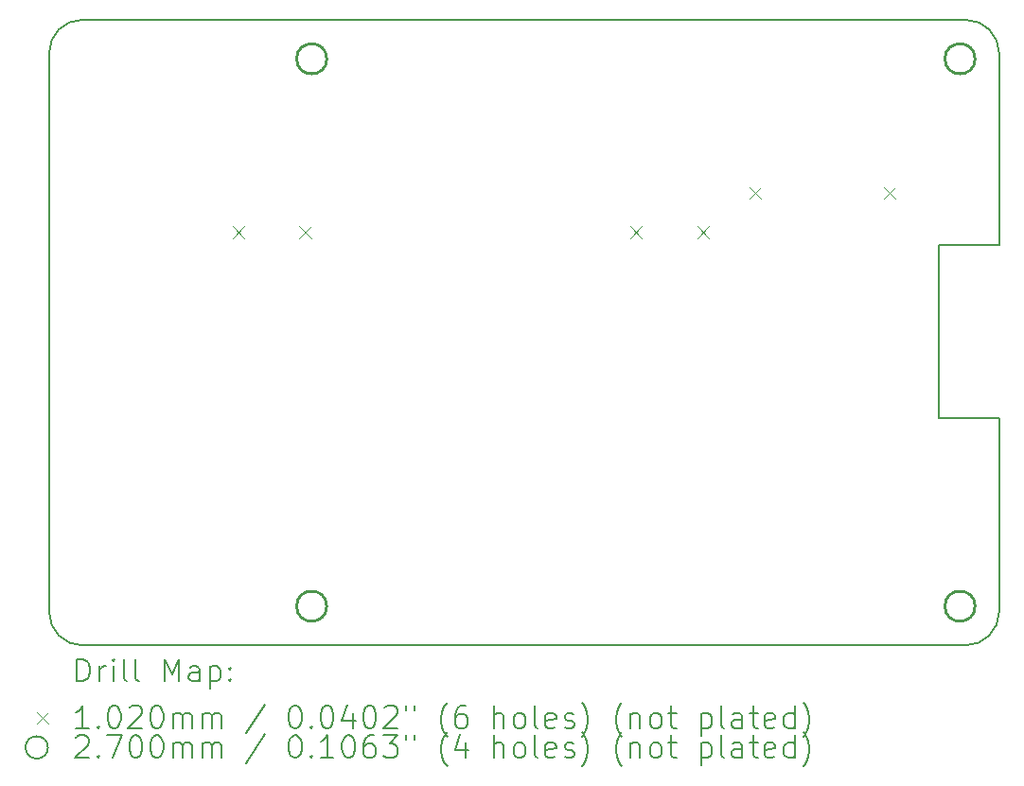
<source format=gbr>
%TF.GenerationSoftware,KiCad,Pcbnew,8.0.4*%
%TF.CreationDate,2025-01-10T13:29:33-08:00*%
%TF.ProjectId,X17_Pi_Shield,5831375f-5069-45f5-9368-69656c642e6b,rev?*%
%TF.SameCoordinates,Original*%
%TF.FileFunction,Drillmap*%
%TF.FilePolarity,Positive*%
%FSLAX45Y45*%
G04 Gerber Fmt 4.5, Leading zero omitted, Abs format (unit mm)*
G04 Created by KiCad (PCBNEW 8.0.4) date 2025-01-10 13:29:33*
%MOMM*%
%LPD*%
G01*
G04 APERTURE LIST*
%ADD10C,0.200000*%
%ADD11C,0.102000*%
%ADD12C,0.270000*%
G04 APERTURE END LIST*
D10*
X19468000Y-9842000D02*
X19468000Y-8122000D01*
X10968000Y-8122000D02*
G75*
G02*
X11268000Y-7822000I300000J0D01*
G01*
X11268000Y-13422000D02*
G75*
G02*
X10968000Y-13122000I0J300000D01*
G01*
X18928000Y-11387000D02*
X19468000Y-11387000D01*
X19468000Y-9842000D02*
X18928000Y-9842000D01*
X19168000Y-7822000D02*
G75*
G02*
X19468000Y-8122000I0J-300000D01*
G01*
X11268000Y-13422000D02*
X19168000Y-13422000D01*
X19468000Y-13122000D02*
G75*
G02*
X19168000Y-13422000I-300000J0D01*
G01*
X18928000Y-9842000D02*
X18928000Y-11387000D01*
X19468000Y-11387000D02*
X19468000Y-13122000D01*
X11268000Y-7822000D02*
X19168000Y-7822000D01*
X10968000Y-8122000D02*
X10968000Y-13122000D01*
D11*
X12609000Y-9673000D02*
X12711000Y-9775000D01*
X12711000Y-9673000D02*
X12609000Y-9775000D01*
X13208999Y-9673000D02*
X13310999Y-9775000D01*
X13310999Y-9673000D02*
X13208999Y-9775000D01*
X16169000Y-9673000D02*
X16271000Y-9775000D01*
X16271000Y-9673000D02*
X16169000Y-9775000D01*
X16768999Y-9673000D02*
X16870999Y-9775000D01*
X16870999Y-9673000D02*
X16768999Y-9775000D01*
X17239002Y-9325000D02*
X17341002Y-9427000D01*
X17341002Y-9325000D02*
X17239002Y-9427000D01*
X18439000Y-9325000D02*
X18541000Y-9427000D01*
X18541000Y-9325000D02*
X18439000Y-9427000D01*
D12*
X13453000Y-8172000D02*
G75*
G02*
X13183000Y-8172000I-135000J0D01*
G01*
X13183000Y-8172000D02*
G75*
G02*
X13453000Y-8172000I135000J0D01*
G01*
X13453000Y-13072000D02*
G75*
G02*
X13183000Y-13072000I-135000J0D01*
G01*
X13183000Y-13072000D02*
G75*
G02*
X13453000Y-13072000I135000J0D01*
G01*
X19253000Y-8172000D02*
G75*
G02*
X18983000Y-8172000I-135000J0D01*
G01*
X18983000Y-8172000D02*
G75*
G02*
X19253000Y-8172000I135000J0D01*
G01*
X19253000Y-13072000D02*
G75*
G02*
X18983000Y-13072000I-135000J0D01*
G01*
X18983000Y-13072000D02*
G75*
G02*
X19253000Y-13072000I135000J0D01*
G01*
D10*
X11218777Y-13743484D02*
X11218777Y-13543484D01*
X11218777Y-13543484D02*
X11266396Y-13543484D01*
X11266396Y-13543484D02*
X11294967Y-13553008D01*
X11294967Y-13553008D02*
X11314015Y-13572055D01*
X11314015Y-13572055D02*
X11323539Y-13591103D01*
X11323539Y-13591103D02*
X11333062Y-13629198D01*
X11333062Y-13629198D02*
X11333062Y-13657769D01*
X11333062Y-13657769D02*
X11323539Y-13695865D01*
X11323539Y-13695865D02*
X11314015Y-13714912D01*
X11314015Y-13714912D02*
X11294967Y-13733960D01*
X11294967Y-13733960D02*
X11266396Y-13743484D01*
X11266396Y-13743484D02*
X11218777Y-13743484D01*
X11418777Y-13743484D02*
X11418777Y-13610150D01*
X11418777Y-13648246D02*
X11428301Y-13629198D01*
X11428301Y-13629198D02*
X11437824Y-13619674D01*
X11437824Y-13619674D02*
X11456872Y-13610150D01*
X11456872Y-13610150D02*
X11475920Y-13610150D01*
X11542586Y-13743484D02*
X11542586Y-13610150D01*
X11542586Y-13543484D02*
X11533062Y-13553008D01*
X11533062Y-13553008D02*
X11542586Y-13562531D01*
X11542586Y-13562531D02*
X11552110Y-13553008D01*
X11552110Y-13553008D02*
X11542586Y-13543484D01*
X11542586Y-13543484D02*
X11542586Y-13562531D01*
X11666396Y-13743484D02*
X11647348Y-13733960D01*
X11647348Y-13733960D02*
X11637824Y-13714912D01*
X11637824Y-13714912D02*
X11637824Y-13543484D01*
X11771158Y-13743484D02*
X11752110Y-13733960D01*
X11752110Y-13733960D02*
X11742586Y-13714912D01*
X11742586Y-13714912D02*
X11742586Y-13543484D01*
X11999729Y-13743484D02*
X11999729Y-13543484D01*
X11999729Y-13543484D02*
X12066396Y-13686341D01*
X12066396Y-13686341D02*
X12133062Y-13543484D01*
X12133062Y-13543484D02*
X12133062Y-13743484D01*
X12314015Y-13743484D02*
X12314015Y-13638722D01*
X12314015Y-13638722D02*
X12304491Y-13619674D01*
X12304491Y-13619674D02*
X12285443Y-13610150D01*
X12285443Y-13610150D02*
X12247348Y-13610150D01*
X12247348Y-13610150D02*
X12228301Y-13619674D01*
X12314015Y-13733960D02*
X12294967Y-13743484D01*
X12294967Y-13743484D02*
X12247348Y-13743484D01*
X12247348Y-13743484D02*
X12228301Y-13733960D01*
X12228301Y-13733960D02*
X12218777Y-13714912D01*
X12218777Y-13714912D02*
X12218777Y-13695865D01*
X12218777Y-13695865D02*
X12228301Y-13676817D01*
X12228301Y-13676817D02*
X12247348Y-13667293D01*
X12247348Y-13667293D02*
X12294967Y-13667293D01*
X12294967Y-13667293D02*
X12314015Y-13657769D01*
X12409253Y-13610150D02*
X12409253Y-13810150D01*
X12409253Y-13619674D02*
X12428301Y-13610150D01*
X12428301Y-13610150D02*
X12466396Y-13610150D01*
X12466396Y-13610150D02*
X12485443Y-13619674D01*
X12485443Y-13619674D02*
X12494967Y-13629198D01*
X12494967Y-13629198D02*
X12504491Y-13648246D01*
X12504491Y-13648246D02*
X12504491Y-13705388D01*
X12504491Y-13705388D02*
X12494967Y-13724436D01*
X12494967Y-13724436D02*
X12485443Y-13733960D01*
X12485443Y-13733960D02*
X12466396Y-13743484D01*
X12466396Y-13743484D02*
X12428301Y-13743484D01*
X12428301Y-13743484D02*
X12409253Y-13733960D01*
X12590205Y-13724436D02*
X12599729Y-13733960D01*
X12599729Y-13733960D02*
X12590205Y-13743484D01*
X12590205Y-13743484D02*
X12580682Y-13733960D01*
X12580682Y-13733960D02*
X12590205Y-13724436D01*
X12590205Y-13724436D02*
X12590205Y-13743484D01*
X12590205Y-13619674D02*
X12599729Y-13629198D01*
X12599729Y-13629198D02*
X12590205Y-13638722D01*
X12590205Y-13638722D02*
X12580682Y-13629198D01*
X12580682Y-13629198D02*
X12590205Y-13619674D01*
X12590205Y-13619674D02*
X12590205Y-13638722D01*
D11*
X10856000Y-14021000D02*
X10958000Y-14123000D01*
X10958000Y-14021000D02*
X10856000Y-14123000D01*
D10*
X11323539Y-14163484D02*
X11209253Y-14163484D01*
X11266396Y-14163484D02*
X11266396Y-13963484D01*
X11266396Y-13963484D02*
X11247348Y-13992055D01*
X11247348Y-13992055D02*
X11228301Y-14011103D01*
X11228301Y-14011103D02*
X11209253Y-14020627D01*
X11409253Y-14144436D02*
X11418777Y-14153960D01*
X11418777Y-14153960D02*
X11409253Y-14163484D01*
X11409253Y-14163484D02*
X11399729Y-14153960D01*
X11399729Y-14153960D02*
X11409253Y-14144436D01*
X11409253Y-14144436D02*
X11409253Y-14163484D01*
X11542586Y-13963484D02*
X11561634Y-13963484D01*
X11561634Y-13963484D02*
X11580682Y-13973008D01*
X11580682Y-13973008D02*
X11590205Y-13982531D01*
X11590205Y-13982531D02*
X11599729Y-14001579D01*
X11599729Y-14001579D02*
X11609253Y-14039674D01*
X11609253Y-14039674D02*
X11609253Y-14087293D01*
X11609253Y-14087293D02*
X11599729Y-14125388D01*
X11599729Y-14125388D02*
X11590205Y-14144436D01*
X11590205Y-14144436D02*
X11580682Y-14153960D01*
X11580682Y-14153960D02*
X11561634Y-14163484D01*
X11561634Y-14163484D02*
X11542586Y-14163484D01*
X11542586Y-14163484D02*
X11523539Y-14153960D01*
X11523539Y-14153960D02*
X11514015Y-14144436D01*
X11514015Y-14144436D02*
X11504491Y-14125388D01*
X11504491Y-14125388D02*
X11494967Y-14087293D01*
X11494967Y-14087293D02*
X11494967Y-14039674D01*
X11494967Y-14039674D02*
X11504491Y-14001579D01*
X11504491Y-14001579D02*
X11514015Y-13982531D01*
X11514015Y-13982531D02*
X11523539Y-13973008D01*
X11523539Y-13973008D02*
X11542586Y-13963484D01*
X11685443Y-13982531D02*
X11694967Y-13973008D01*
X11694967Y-13973008D02*
X11714015Y-13963484D01*
X11714015Y-13963484D02*
X11761634Y-13963484D01*
X11761634Y-13963484D02*
X11780682Y-13973008D01*
X11780682Y-13973008D02*
X11790205Y-13982531D01*
X11790205Y-13982531D02*
X11799729Y-14001579D01*
X11799729Y-14001579D02*
X11799729Y-14020627D01*
X11799729Y-14020627D02*
X11790205Y-14049198D01*
X11790205Y-14049198D02*
X11675920Y-14163484D01*
X11675920Y-14163484D02*
X11799729Y-14163484D01*
X11923539Y-13963484D02*
X11942586Y-13963484D01*
X11942586Y-13963484D02*
X11961634Y-13973008D01*
X11961634Y-13973008D02*
X11971158Y-13982531D01*
X11971158Y-13982531D02*
X11980682Y-14001579D01*
X11980682Y-14001579D02*
X11990205Y-14039674D01*
X11990205Y-14039674D02*
X11990205Y-14087293D01*
X11990205Y-14087293D02*
X11980682Y-14125388D01*
X11980682Y-14125388D02*
X11971158Y-14144436D01*
X11971158Y-14144436D02*
X11961634Y-14153960D01*
X11961634Y-14153960D02*
X11942586Y-14163484D01*
X11942586Y-14163484D02*
X11923539Y-14163484D01*
X11923539Y-14163484D02*
X11904491Y-14153960D01*
X11904491Y-14153960D02*
X11894967Y-14144436D01*
X11894967Y-14144436D02*
X11885443Y-14125388D01*
X11885443Y-14125388D02*
X11875920Y-14087293D01*
X11875920Y-14087293D02*
X11875920Y-14039674D01*
X11875920Y-14039674D02*
X11885443Y-14001579D01*
X11885443Y-14001579D02*
X11894967Y-13982531D01*
X11894967Y-13982531D02*
X11904491Y-13973008D01*
X11904491Y-13973008D02*
X11923539Y-13963484D01*
X12075920Y-14163484D02*
X12075920Y-14030150D01*
X12075920Y-14049198D02*
X12085443Y-14039674D01*
X12085443Y-14039674D02*
X12104491Y-14030150D01*
X12104491Y-14030150D02*
X12133063Y-14030150D01*
X12133063Y-14030150D02*
X12152110Y-14039674D01*
X12152110Y-14039674D02*
X12161634Y-14058722D01*
X12161634Y-14058722D02*
X12161634Y-14163484D01*
X12161634Y-14058722D02*
X12171158Y-14039674D01*
X12171158Y-14039674D02*
X12190205Y-14030150D01*
X12190205Y-14030150D02*
X12218777Y-14030150D01*
X12218777Y-14030150D02*
X12237824Y-14039674D01*
X12237824Y-14039674D02*
X12247348Y-14058722D01*
X12247348Y-14058722D02*
X12247348Y-14163484D01*
X12342586Y-14163484D02*
X12342586Y-14030150D01*
X12342586Y-14049198D02*
X12352110Y-14039674D01*
X12352110Y-14039674D02*
X12371158Y-14030150D01*
X12371158Y-14030150D02*
X12399729Y-14030150D01*
X12399729Y-14030150D02*
X12418777Y-14039674D01*
X12418777Y-14039674D02*
X12428301Y-14058722D01*
X12428301Y-14058722D02*
X12428301Y-14163484D01*
X12428301Y-14058722D02*
X12437824Y-14039674D01*
X12437824Y-14039674D02*
X12456872Y-14030150D01*
X12456872Y-14030150D02*
X12485443Y-14030150D01*
X12485443Y-14030150D02*
X12504491Y-14039674D01*
X12504491Y-14039674D02*
X12514015Y-14058722D01*
X12514015Y-14058722D02*
X12514015Y-14163484D01*
X12904491Y-13953960D02*
X12733063Y-14211103D01*
X13161634Y-13963484D02*
X13180682Y-13963484D01*
X13180682Y-13963484D02*
X13199729Y-13973008D01*
X13199729Y-13973008D02*
X13209253Y-13982531D01*
X13209253Y-13982531D02*
X13218777Y-14001579D01*
X13218777Y-14001579D02*
X13228301Y-14039674D01*
X13228301Y-14039674D02*
X13228301Y-14087293D01*
X13228301Y-14087293D02*
X13218777Y-14125388D01*
X13218777Y-14125388D02*
X13209253Y-14144436D01*
X13209253Y-14144436D02*
X13199729Y-14153960D01*
X13199729Y-14153960D02*
X13180682Y-14163484D01*
X13180682Y-14163484D02*
X13161634Y-14163484D01*
X13161634Y-14163484D02*
X13142586Y-14153960D01*
X13142586Y-14153960D02*
X13133063Y-14144436D01*
X13133063Y-14144436D02*
X13123539Y-14125388D01*
X13123539Y-14125388D02*
X13114015Y-14087293D01*
X13114015Y-14087293D02*
X13114015Y-14039674D01*
X13114015Y-14039674D02*
X13123539Y-14001579D01*
X13123539Y-14001579D02*
X13133063Y-13982531D01*
X13133063Y-13982531D02*
X13142586Y-13973008D01*
X13142586Y-13973008D02*
X13161634Y-13963484D01*
X13314015Y-14144436D02*
X13323539Y-14153960D01*
X13323539Y-14153960D02*
X13314015Y-14163484D01*
X13314015Y-14163484D02*
X13304491Y-14153960D01*
X13304491Y-14153960D02*
X13314015Y-14144436D01*
X13314015Y-14144436D02*
X13314015Y-14163484D01*
X13447348Y-13963484D02*
X13466396Y-13963484D01*
X13466396Y-13963484D02*
X13485444Y-13973008D01*
X13485444Y-13973008D02*
X13494967Y-13982531D01*
X13494967Y-13982531D02*
X13504491Y-14001579D01*
X13504491Y-14001579D02*
X13514015Y-14039674D01*
X13514015Y-14039674D02*
X13514015Y-14087293D01*
X13514015Y-14087293D02*
X13504491Y-14125388D01*
X13504491Y-14125388D02*
X13494967Y-14144436D01*
X13494967Y-14144436D02*
X13485444Y-14153960D01*
X13485444Y-14153960D02*
X13466396Y-14163484D01*
X13466396Y-14163484D02*
X13447348Y-14163484D01*
X13447348Y-14163484D02*
X13428301Y-14153960D01*
X13428301Y-14153960D02*
X13418777Y-14144436D01*
X13418777Y-14144436D02*
X13409253Y-14125388D01*
X13409253Y-14125388D02*
X13399729Y-14087293D01*
X13399729Y-14087293D02*
X13399729Y-14039674D01*
X13399729Y-14039674D02*
X13409253Y-14001579D01*
X13409253Y-14001579D02*
X13418777Y-13982531D01*
X13418777Y-13982531D02*
X13428301Y-13973008D01*
X13428301Y-13973008D02*
X13447348Y-13963484D01*
X13685444Y-14030150D02*
X13685444Y-14163484D01*
X13637825Y-13953960D02*
X13590206Y-14096817D01*
X13590206Y-14096817D02*
X13714015Y-14096817D01*
X13828301Y-13963484D02*
X13847348Y-13963484D01*
X13847348Y-13963484D02*
X13866396Y-13973008D01*
X13866396Y-13973008D02*
X13875920Y-13982531D01*
X13875920Y-13982531D02*
X13885444Y-14001579D01*
X13885444Y-14001579D02*
X13894967Y-14039674D01*
X13894967Y-14039674D02*
X13894967Y-14087293D01*
X13894967Y-14087293D02*
X13885444Y-14125388D01*
X13885444Y-14125388D02*
X13875920Y-14144436D01*
X13875920Y-14144436D02*
X13866396Y-14153960D01*
X13866396Y-14153960D02*
X13847348Y-14163484D01*
X13847348Y-14163484D02*
X13828301Y-14163484D01*
X13828301Y-14163484D02*
X13809253Y-14153960D01*
X13809253Y-14153960D02*
X13799729Y-14144436D01*
X13799729Y-14144436D02*
X13790206Y-14125388D01*
X13790206Y-14125388D02*
X13780682Y-14087293D01*
X13780682Y-14087293D02*
X13780682Y-14039674D01*
X13780682Y-14039674D02*
X13790206Y-14001579D01*
X13790206Y-14001579D02*
X13799729Y-13982531D01*
X13799729Y-13982531D02*
X13809253Y-13973008D01*
X13809253Y-13973008D02*
X13828301Y-13963484D01*
X13971158Y-13982531D02*
X13980682Y-13973008D01*
X13980682Y-13973008D02*
X13999729Y-13963484D01*
X13999729Y-13963484D02*
X14047348Y-13963484D01*
X14047348Y-13963484D02*
X14066396Y-13973008D01*
X14066396Y-13973008D02*
X14075920Y-13982531D01*
X14075920Y-13982531D02*
X14085444Y-14001579D01*
X14085444Y-14001579D02*
X14085444Y-14020627D01*
X14085444Y-14020627D02*
X14075920Y-14049198D01*
X14075920Y-14049198D02*
X13961634Y-14163484D01*
X13961634Y-14163484D02*
X14085444Y-14163484D01*
X14161634Y-13963484D02*
X14161634Y-14001579D01*
X14237825Y-13963484D02*
X14237825Y-14001579D01*
X14533063Y-14239674D02*
X14523539Y-14230150D01*
X14523539Y-14230150D02*
X14504491Y-14201579D01*
X14504491Y-14201579D02*
X14494968Y-14182531D01*
X14494968Y-14182531D02*
X14485444Y-14153960D01*
X14485444Y-14153960D02*
X14475920Y-14106341D01*
X14475920Y-14106341D02*
X14475920Y-14068246D01*
X14475920Y-14068246D02*
X14485444Y-14020627D01*
X14485444Y-14020627D02*
X14494968Y-13992055D01*
X14494968Y-13992055D02*
X14504491Y-13973008D01*
X14504491Y-13973008D02*
X14523539Y-13944436D01*
X14523539Y-13944436D02*
X14533063Y-13934912D01*
X14694968Y-13963484D02*
X14656872Y-13963484D01*
X14656872Y-13963484D02*
X14637825Y-13973008D01*
X14637825Y-13973008D02*
X14628301Y-13982531D01*
X14628301Y-13982531D02*
X14609253Y-14011103D01*
X14609253Y-14011103D02*
X14599729Y-14049198D01*
X14599729Y-14049198D02*
X14599729Y-14125388D01*
X14599729Y-14125388D02*
X14609253Y-14144436D01*
X14609253Y-14144436D02*
X14618777Y-14153960D01*
X14618777Y-14153960D02*
X14637825Y-14163484D01*
X14637825Y-14163484D02*
X14675920Y-14163484D01*
X14675920Y-14163484D02*
X14694968Y-14153960D01*
X14694968Y-14153960D02*
X14704491Y-14144436D01*
X14704491Y-14144436D02*
X14714015Y-14125388D01*
X14714015Y-14125388D02*
X14714015Y-14077769D01*
X14714015Y-14077769D02*
X14704491Y-14058722D01*
X14704491Y-14058722D02*
X14694968Y-14049198D01*
X14694968Y-14049198D02*
X14675920Y-14039674D01*
X14675920Y-14039674D02*
X14637825Y-14039674D01*
X14637825Y-14039674D02*
X14618777Y-14049198D01*
X14618777Y-14049198D02*
X14609253Y-14058722D01*
X14609253Y-14058722D02*
X14599729Y-14077769D01*
X14952110Y-14163484D02*
X14952110Y-13963484D01*
X15037825Y-14163484D02*
X15037825Y-14058722D01*
X15037825Y-14058722D02*
X15028301Y-14039674D01*
X15028301Y-14039674D02*
X15009253Y-14030150D01*
X15009253Y-14030150D02*
X14980682Y-14030150D01*
X14980682Y-14030150D02*
X14961634Y-14039674D01*
X14961634Y-14039674D02*
X14952110Y-14049198D01*
X15161634Y-14163484D02*
X15142587Y-14153960D01*
X15142587Y-14153960D02*
X15133063Y-14144436D01*
X15133063Y-14144436D02*
X15123539Y-14125388D01*
X15123539Y-14125388D02*
X15123539Y-14068246D01*
X15123539Y-14068246D02*
X15133063Y-14049198D01*
X15133063Y-14049198D02*
X15142587Y-14039674D01*
X15142587Y-14039674D02*
X15161634Y-14030150D01*
X15161634Y-14030150D02*
X15190206Y-14030150D01*
X15190206Y-14030150D02*
X15209253Y-14039674D01*
X15209253Y-14039674D02*
X15218777Y-14049198D01*
X15218777Y-14049198D02*
X15228301Y-14068246D01*
X15228301Y-14068246D02*
X15228301Y-14125388D01*
X15228301Y-14125388D02*
X15218777Y-14144436D01*
X15218777Y-14144436D02*
X15209253Y-14153960D01*
X15209253Y-14153960D02*
X15190206Y-14163484D01*
X15190206Y-14163484D02*
X15161634Y-14163484D01*
X15342587Y-14163484D02*
X15323539Y-14153960D01*
X15323539Y-14153960D02*
X15314015Y-14134912D01*
X15314015Y-14134912D02*
X15314015Y-13963484D01*
X15494968Y-14153960D02*
X15475920Y-14163484D01*
X15475920Y-14163484D02*
X15437825Y-14163484D01*
X15437825Y-14163484D02*
X15418777Y-14153960D01*
X15418777Y-14153960D02*
X15409253Y-14134912D01*
X15409253Y-14134912D02*
X15409253Y-14058722D01*
X15409253Y-14058722D02*
X15418777Y-14039674D01*
X15418777Y-14039674D02*
X15437825Y-14030150D01*
X15437825Y-14030150D02*
X15475920Y-14030150D01*
X15475920Y-14030150D02*
X15494968Y-14039674D01*
X15494968Y-14039674D02*
X15504491Y-14058722D01*
X15504491Y-14058722D02*
X15504491Y-14077769D01*
X15504491Y-14077769D02*
X15409253Y-14096817D01*
X15580682Y-14153960D02*
X15599730Y-14163484D01*
X15599730Y-14163484D02*
X15637825Y-14163484D01*
X15637825Y-14163484D02*
X15656872Y-14153960D01*
X15656872Y-14153960D02*
X15666396Y-14134912D01*
X15666396Y-14134912D02*
X15666396Y-14125388D01*
X15666396Y-14125388D02*
X15656872Y-14106341D01*
X15656872Y-14106341D02*
X15637825Y-14096817D01*
X15637825Y-14096817D02*
X15609253Y-14096817D01*
X15609253Y-14096817D02*
X15590206Y-14087293D01*
X15590206Y-14087293D02*
X15580682Y-14068246D01*
X15580682Y-14068246D02*
X15580682Y-14058722D01*
X15580682Y-14058722D02*
X15590206Y-14039674D01*
X15590206Y-14039674D02*
X15609253Y-14030150D01*
X15609253Y-14030150D02*
X15637825Y-14030150D01*
X15637825Y-14030150D02*
X15656872Y-14039674D01*
X15733063Y-14239674D02*
X15742587Y-14230150D01*
X15742587Y-14230150D02*
X15761634Y-14201579D01*
X15761634Y-14201579D02*
X15771158Y-14182531D01*
X15771158Y-14182531D02*
X15780682Y-14153960D01*
X15780682Y-14153960D02*
X15790206Y-14106341D01*
X15790206Y-14106341D02*
X15790206Y-14068246D01*
X15790206Y-14068246D02*
X15780682Y-14020627D01*
X15780682Y-14020627D02*
X15771158Y-13992055D01*
X15771158Y-13992055D02*
X15761634Y-13973008D01*
X15761634Y-13973008D02*
X15742587Y-13944436D01*
X15742587Y-13944436D02*
X15733063Y-13934912D01*
X16094968Y-14239674D02*
X16085444Y-14230150D01*
X16085444Y-14230150D02*
X16066396Y-14201579D01*
X16066396Y-14201579D02*
X16056872Y-14182531D01*
X16056872Y-14182531D02*
X16047349Y-14153960D01*
X16047349Y-14153960D02*
X16037825Y-14106341D01*
X16037825Y-14106341D02*
X16037825Y-14068246D01*
X16037825Y-14068246D02*
X16047349Y-14020627D01*
X16047349Y-14020627D02*
X16056872Y-13992055D01*
X16056872Y-13992055D02*
X16066396Y-13973008D01*
X16066396Y-13973008D02*
X16085444Y-13944436D01*
X16085444Y-13944436D02*
X16094968Y-13934912D01*
X16171158Y-14030150D02*
X16171158Y-14163484D01*
X16171158Y-14049198D02*
X16180682Y-14039674D01*
X16180682Y-14039674D02*
X16199730Y-14030150D01*
X16199730Y-14030150D02*
X16228301Y-14030150D01*
X16228301Y-14030150D02*
X16247349Y-14039674D01*
X16247349Y-14039674D02*
X16256872Y-14058722D01*
X16256872Y-14058722D02*
X16256872Y-14163484D01*
X16380682Y-14163484D02*
X16361634Y-14153960D01*
X16361634Y-14153960D02*
X16352111Y-14144436D01*
X16352111Y-14144436D02*
X16342587Y-14125388D01*
X16342587Y-14125388D02*
X16342587Y-14068246D01*
X16342587Y-14068246D02*
X16352111Y-14049198D01*
X16352111Y-14049198D02*
X16361634Y-14039674D01*
X16361634Y-14039674D02*
X16380682Y-14030150D01*
X16380682Y-14030150D02*
X16409253Y-14030150D01*
X16409253Y-14030150D02*
X16428301Y-14039674D01*
X16428301Y-14039674D02*
X16437825Y-14049198D01*
X16437825Y-14049198D02*
X16447349Y-14068246D01*
X16447349Y-14068246D02*
X16447349Y-14125388D01*
X16447349Y-14125388D02*
X16437825Y-14144436D01*
X16437825Y-14144436D02*
X16428301Y-14153960D01*
X16428301Y-14153960D02*
X16409253Y-14163484D01*
X16409253Y-14163484D02*
X16380682Y-14163484D01*
X16504492Y-14030150D02*
X16580682Y-14030150D01*
X16533063Y-13963484D02*
X16533063Y-14134912D01*
X16533063Y-14134912D02*
X16542587Y-14153960D01*
X16542587Y-14153960D02*
X16561634Y-14163484D01*
X16561634Y-14163484D02*
X16580682Y-14163484D01*
X16799730Y-14030150D02*
X16799730Y-14230150D01*
X16799730Y-14039674D02*
X16818777Y-14030150D01*
X16818777Y-14030150D02*
X16856873Y-14030150D01*
X16856873Y-14030150D02*
X16875920Y-14039674D01*
X16875920Y-14039674D02*
X16885444Y-14049198D01*
X16885444Y-14049198D02*
X16894968Y-14068246D01*
X16894968Y-14068246D02*
X16894968Y-14125388D01*
X16894968Y-14125388D02*
X16885444Y-14144436D01*
X16885444Y-14144436D02*
X16875920Y-14153960D01*
X16875920Y-14153960D02*
X16856873Y-14163484D01*
X16856873Y-14163484D02*
X16818777Y-14163484D01*
X16818777Y-14163484D02*
X16799730Y-14153960D01*
X17009254Y-14163484D02*
X16990206Y-14153960D01*
X16990206Y-14153960D02*
X16980682Y-14134912D01*
X16980682Y-14134912D02*
X16980682Y-13963484D01*
X17171158Y-14163484D02*
X17171158Y-14058722D01*
X17171158Y-14058722D02*
X17161635Y-14039674D01*
X17161635Y-14039674D02*
X17142587Y-14030150D01*
X17142587Y-14030150D02*
X17104492Y-14030150D01*
X17104492Y-14030150D02*
X17085444Y-14039674D01*
X17171158Y-14153960D02*
X17152111Y-14163484D01*
X17152111Y-14163484D02*
X17104492Y-14163484D01*
X17104492Y-14163484D02*
X17085444Y-14153960D01*
X17085444Y-14153960D02*
X17075920Y-14134912D01*
X17075920Y-14134912D02*
X17075920Y-14115865D01*
X17075920Y-14115865D02*
X17085444Y-14096817D01*
X17085444Y-14096817D02*
X17104492Y-14087293D01*
X17104492Y-14087293D02*
X17152111Y-14087293D01*
X17152111Y-14087293D02*
X17171158Y-14077769D01*
X17237825Y-14030150D02*
X17314015Y-14030150D01*
X17266396Y-13963484D02*
X17266396Y-14134912D01*
X17266396Y-14134912D02*
X17275920Y-14153960D01*
X17275920Y-14153960D02*
X17294968Y-14163484D01*
X17294968Y-14163484D02*
X17314015Y-14163484D01*
X17456873Y-14153960D02*
X17437825Y-14163484D01*
X17437825Y-14163484D02*
X17399730Y-14163484D01*
X17399730Y-14163484D02*
X17380682Y-14153960D01*
X17380682Y-14153960D02*
X17371158Y-14134912D01*
X17371158Y-14134912D02*
X17371158Y-14058722D01*
X17371158Y-14058722D02*
X17380682Y-14039674D01*
X17380682Y-14039674D02*
X17399730Y-14030150D01*
X17399730Y-14030150D02*
X17437825Y-14030150D01*
X17437825Y-14030150D02*
X17456873Y-14039674D01*
X17456873Y-14039674D02*
X17466396Y-14058722D01*
X17466396Y-14058722D02*
X17466396Y-14077769D01*
X17466396Y-14077769D02*
X17371158Y-14096817D01*
X17637825Y-14163484D02*
X17637825Y-13963484D01*
X17637825Y-14153960D02*
X17618777Y-14163484D01*
X17618777Y-14163484D02*
X17580682Y-14163484D01*
X17580682Y-14163484D02*
X17561635Y-14153960D01*
X17561635Y-14153960D02*
X17552111Y-14144436D01*
X17552111Y-14144436D02*
X17542587Y-14125388D01*
X17542587Y-14125388D02*
X17542587Y-14068246D01*
X17542587Y-14068246D02*
X17552111Y-14049198D01*
X17552111Y-14049198D02*
X17561635Y-14039674D01*
X17561635Y-14039674D02*
X17580682Y-14030150D01*
X17580682Y-14030150D02*
X17618777Y-14030150D01*
X17618777Y-14030150D02*
X17637825Y-14039674D01*
X17714016Y-14239674D02*
X17723539Y-14230150D01*
X17723539Y-14230150D02*
X17742587Y-14201579D01*
X17742587Y-14201579D02*
X17752111Y-14182531D01*
X17752111Y-14182531D02*
X17761635Y-14153960D01*
X17761635Y-14153960D02*
X17771158Y-14106341D01*
X17771158Y-14106341D02*
X17771158Y-14068246D01*
X17771158Y-14068246D02*
X17761635Y-14020627D01*
X17761635Y-14020627D02*
X17752111Y-13992055D01*
X17752111Y-13992055D02*
X17742587Y-13973008D01*
X17742587Y-13973008D02*
X17723539Y-13944436D01*
X17723539Y-13944436D02*
X17714016Y-13934912D01*
X10958000Y-14336000D02*
G75*
G02*
X10758000Y-14336000I-100000J0D01*
G01*
X10758000Y-14336000D02*
G75*
G02*
X10958000Y-14336000I100000J0D01*
G01*
X11209253Y-14246531D02*
X11218777Y-14237008D01*
X11218777Y-14237008D02*
X11237824Y-14227484D01*
X11237824Y-14227484D02*
X11285443Y-14227484D01*
X11285443Y-14227484D02*
X11304491Y-14237008D01*
X11304491Y-14237008D02*
X11314015Y-14246531D01*
X11314015Y-14246531D02*
X11323539Y-14265579D01*
X11323539Y-14265579D02*
X11323539Y-14284627D01*
X11323539Y-14284627D02*
X11314015Y-14313198D01*
X11314015Y-14313198D02*
X11199729Y-14427484D01*
X11199729Y-14427484D02*
X11323539Y-14427484D01*
X11409253Y-14408436D02*
X11418777Y-14417960D01*
X11418777Y-14417960D02*
X11409253Y-14427484D01*
X11409253Y-14427484D02*
X11399729Y-14417960D01*
X11399729Y-14417960D02*
X11409253Y-14408436D01*
X11409253Y-14408436D02*
X11409253Y-14427484D01*
X11485443Y-14227484D02*
X11618777Y-14227484D01*
X11618777Y-14227484D02*
X11533062Y-14427484D01*
X11733062Y-14227484D02*
X11752110Y-14227484D01*
X11752110Y-14227484D02*
X11771158Y-14237008D01*
X11771158Y-14237008D02*
X11780682Y-14246531D01*
X11780682Y-14246531D02*
X11790205Y-14265579D01*
X11790205Y-14265579D02*
X11799729Y-14303674D01*
X11799729Y-14303674D02*
X11799729Y-14351293D01*
X11799729Y-14351293D02*
X11790205Y-14389388D01*
X11790205Y-14389388D02*
X11780682Y-14408436D01*
X11780682Y-14408436D02*
X11771158Y-14417960D01*
X11771158Y-14417960D02*
X11752110Y-14427484D01*
X11752110Y-14427484D02*
X11733062Y-14427484D01*
X11733062Y-14427484D02*
X11714015Y-14417960D01*
X11714015Y-14417960D02*
X11704491Y-14408436D01*
X11704491Y-14408436D02*
X11694967Y-14389388D01*
X11694967Y-14389388D02*
X11685443Y-14351293D01*
X11685443Y-14351293D02*
X11685443Y-14303674D01*
X11685443Y-14303674D02*
X11694967Y-14265579D01*
X11694967Y-14265579D02*
X11704491Y-14246531D01*
X11704491Y-14246531D02*
X11714015Y-14237008D01*
X11714015Y-14237008D02*
X11733062Y-14227484D01*
X11923539Y-14227484D02*
X11942586Y-14227484D01*
X11942586Y-14227484D02*
X11961634Y-14237008D01*
X11961634Y-14237008D02*
X11971158Y-14246531D01*
X11971158Y-14246531D02*
X11980682Y-14265579D01*
X11980682Y-14265579D02*
X11990205Y-14303674D01*
X11990205Y-14303674D02*
X11990205Y-14351293D01*
X11990205Y-14351293D02*
X11980682Y-14389388D01*
X11980682Y-14389388D02*
X11971158Y-14408436D01*
X11971158Y-14408436D02*
X11961634Y-14417960D01*
X11961634Y-14417960D02*
X11942586Y-14427484D01*
X11942586Y-14427484D02*
X11923539Y-14427484D01*
X11923539Y-14427484D02*
X11904491Y-14417960D01*
X11904491Y-14417960D02*
X11894967Y-14408436D01*
X11894967Y-14408436D02*
X11885443Y-14389388D01*
X11885443Y-14389388D02*
X11875920Y-14351293D01*
X11875920Y-14351293D02*
X11875920Y-14303674D01*
X11875920Y-14303674D02*
X11885443Y-14265579D01*
X11885443Y-14265579D02*
X11894967Y-14246531D01*
X11894967Y-14246531D02*
X11904491Y-14237008D01*
X11904491Y-14237008D02*
X11923539Y-14227484D01*
X12075920Y-14427484D02*
X12075920Y-14294150D01*
X12075920Y-14313198D02*
X12085443Y-14303674D01*
X12085443Y-14303674D02*
X12104491Y-14294150D01*
X12104491Y-14294150D02*
X12133063Y-14294150D01*
X12133063Y-14294150D02*
X12152110Y-14303674D01*
X12152110Y-14303674D02*
X12161634Y-14322722D01*
X12161634Y-14322722D02*
X12161634Y-14427484D01*
X12161634Y-14322722D02*
X12171158Y-14303674D01*
X12171158Y-14303674D02*
X12190205Y-14294150D01*
X12190205Y-14294150D02*
X12218777Y-14294150D01*
X12218777Y-14294150D02*
X12237824Y-14303674D01*
X12237824Y-14303674D02*
X12247348Y-14322722D01*
X12247348Y-14322722D02*
X12247348Y-14427484D01*
X12342586Y-14427484D02*
X12342586Y-14294150D01*
X12342586Y-14313198D02*
X12352110Y-14303674D01*
X12352110Y-14303674D02*
X12371158Y-14294150D01*
X12371158Y-14294150D02*
X12399729Y-14294150D01*
X12399729Y-14294150D02*
X12418777Y-14303674D01*
X12418777Y-14303674D02*
X12428301Y-14322722D01*
X12428301Y-14322722D02*
X12428301Y-14427484D01*
X12428301Y-14322722D02*
X12437824Y-14303674D01*
X12437824Y-14303674D02*
X12456872Y-14294150D01*
X12456872Y-14294150D02*
X12485443Y-14294150D01*
X12485443Y-14294150D02*
X12504491Y-14303674D01*
X12504491Y-14303674D02*
X12514015Y-14322722D01*
X12514015Y-14322722D02*
X12514015Y-14427484D01*
X12904491Y-14217960D02*
X12733063Y-14475103D01*
X13161634Y-14227484D02*
X13180682Y-14227484D01*
X13180682Y-14227484D02*
X13199729Y-14237008D01*
X13199729Y-14237008D02*
X13209253Y-14246531D01*
X13209253Y-14246531D02*
X13218777Y-14265579D01*
X13218777Y-14265579D02*
X13228301Y-14303674D01*
X13228301Y-14303674D02*
X13228301Y-14351293D01*
X13228301Y-14351293D02*
X13218777Y-14389388D01*
X13218777Y-14389388D02*
X13209253Y-14408436D01*
X13209253Y-14408436D02*
X13199729Y-14417960D01*
X13199729Y-14417960D02*
X13180682Y-14427484D01*
X13180682Y-14427484D02*
X13161634Y-14427484D01*
X13161634Y-14427484D02*
X13142586Y-14417960D01*
X13142586Y-14417960D02*
X13133063Y-14408436D01*
X13133063Y-14408436D02*
X13123539Y-14389388D01*
X13123539Y-14389388D02*
X13114015Y-14351293D01*
X13114015Y-14351293D02*
X13114015Y-14303674D01*
X13114015Y-14303674D02*
X13123539Y-14265579D01*
X13123539Y-14265579D02*
X13133063Y-14246531D01*
X13133063Y-14246531D02*
X13142586Y-14237008D01*
X13142586Y-14237008D02*
X13161634Y-14227484D01*
X13314015Y-14408436D02*
X13323539Y-14417960D01*
X13323539Y-14417960D02*
X13314015Y-14427484D01*
X13314015Y-14427484D02*
X13304491Y-14417960D01*
X13304491Y-14417960D02*
X13314015Y-14408436D01*
X13314015Y-14408436D02*
X13314015Y-14427484D01*
X13514015Y-14427484D02*
X13399729Y-14427484D01*
X13456872Y-14427484D02*
X13456872Y-14227484D01*
X13456872Y-14227484D02*
X13437825Y-14256055D01*
X13437825Y-14256055D02*
X13418777Y-14275103D01*
X13418777Y-14275103D02*
X13399729Y-14284627D01*
X13637825Y-14227484D02*
X13656872Y-14227484D01*
X13656872Y-14227484D02*
X13675920Y-14237008D01*
X13675920Y-14237008D02*
X13685444Y-14246531D01*
X13685444Y-14246531D02*
X13694967Y-14265579D01*
X13694967Y-14265579D02*
X13704491Y-14303674D01*
X13704491Y-14303674D02*
X13704491Y-14351293D01*
X13704491Y-14351293D02*
X13694967Y-14389388D01*
X13694967Y-14389388D02*
X13685444Y-14408436D01*
X13685444Y-14408436D02*
X13675920Y-14417960D01*
X13675920Y-14417960D02*
X13656872Y-14427484D01*
X13656872Y-14427484D02*
X13637825Y-14427484D01*
X13637825Y-14427484D02*
X13618777Y-14417960D01*
X13618777Y-14417960D02*
X13609253Y-14408436D01*
X13609253Y-14408436D02*
X13599729Y-14389388D01*
X13599729Y-14389388D02*
X13590206Y-14351293D01*
X13590206Y-14351293D02*
X13590206Y-14303674D01*
X13590206Y-14303674D02*
X13599729Y-14265579D01*
X13599729Y-14265579D02*
X13609253Y-14246531D01*
X13609253Y-14246531D02*
X13618777Y-14237008D01*
X13618777Y-14237008D02*
X13637825Y-14227484D01*
X13875920Y-14227484D02*
X13837825Y-14227484D01*
X13837825Y-14227484D02*
X13818777Y-14237008D01*
X13818777Y-14237008D02*
X13809253Y-14246531D01*
X13809253Y-14246531D02*
X13790206Y-14275103D01*
X13790206Y-14275103D02*
X13780682Y-14313198D01*
X13780682Y-14313198D02*
X13780682Y-14389388D01*
X13780682Y-14389388D02*
X13790206Y-14408436D01*
X13790206Y-14408436D02*
X13799729Y-14417960D01*
X13799729Y-14417960D02*
X13818777Y-14427484D01*
X13818777Y-14427484D02*
X13856872Y-14427484D01*
X13856872Y-14427484D02*
X13875920Y-14417960D01*
X13875920Y-14417960D02*
X13885444Y-14408436D01*
X13885444Y-14408436D02*
X13894967Y-14389388D01*
X13894967Y-14389388D02*
X13894967Y-14341769D01*
X13894967Y-14341769D02*
X13885444Y-14322722D01*
X13885444Y-14322722D02*
X13875920Y-14313198D01*
X13875920Y-14313198D02*
X13856872Y-14303674D01*
X13856872Y-14303674D02*
X13818777Y-14303674D01*
X13818777Y-14303674D02*
X13799729Y-14313198D01*
X13799729Y-14313198D02*
X13790206Y-14322722D01*
X13790206Y-14322722D02*
X13780682Y-14341769D01*
X13961634Y-14227484D02*
X14085444Y-14227484D01*
X14085444Y-14227484D02*
X14018777Y-14303674D01*
X14018777Y-14303674D02*
X14047348Y-14303674D01*
X14047348Y-14303674D02*
X14066396Y-14313198D01*
X14066396Y-14313198D02*
X14075920Y-14322722D01*
X14075920Y-14322722D02*
X14085444Y-14341769D01*
X14085444Y-14341769D02*
X14085444Y-14389388D01*
X14085444Y-14389388D02*
X14075920Y-14408436D01*
X14075920Y-14408436D02*
X14066396Y-14417960D01*
X14066396Y-14417960D02*
X14047348Y-14427484D01*
X14047348Y-14427484D02*
X13990206Y-14427484D01*
X13990206Y-14427484D02*
X13971158Y-14417960D01*
X13971158Y-14417960D02*
X13961634Y-14408436D01*
X14161634Y-14227484D02*
X14161634Y-14265579D01*
X14237825Y-14227484D02*
X14237825Y-14265579D01*
X14533063Y-14503674D02*
X14523539Y-14494150D01*
X14523539Y-14494150D02*
X14504491Y-14465579D01*
X14504491Y-14465579D02*
X14494968Y-14446531D01*
X14494968Y-14446531D02*
X14485444Y-14417960D01*
X14485444Y-14417960D02*
X14475920Y-14370341D01*
X14475920Y-14370341D02*
X14475920Y-14332246D01*
X14475920Y-14332246D02*
X14485444Y-14284627D01*
X14485444Y-14284627D02*
X14494968Y-14256055D01*
X14494968Y-14256055D02*
X14504491Y-14237008D01*
X14504491Y-14237008D02*
X14523539Y-14208436D01*
X14523539Y-14208436D02*
X14533063Y-14198912D01*
X14694968Y-14294150D02*
X14694968Y-14427484D01*
X14647348Y-14217960D02*
X14599729Y-14360817D01*
X14599729Y-14360817D02*
X14723539Y-14360817D01*
X14952110Y-14427484D02*
X14952110Y-14227484D01*
X15037825Y-14427484D02*
X15037825Y-14322722D01*
X15037825Y-14322722D02*
X15028301Y-14303674D01*
X15028301Y-14303674D02*
X15009253Y-14294150D01*
X15009253Y-14294150D02*
X14980682Y-14294150D01*
X14980682Y-14294150D02*
X14961634Y-14303674D01*
X14961634Y-14303674D02*
X14952110Y-14313198D01*
X15161634Y-14427484D02*
X15142587Y-14417960D01*
X15142587Y-14417960D02*
X15133063Y-14408436D01*
X15133063Y-14408436D02*
X15123539Y-14389388D01*
X15123539Y-14389388D02*
X15123539Y-14332246D01*
X15123539Y-14332246D02*
X15133063Y-14313198D01*
X15133063Y-14313198D02*
X15142587Y-14303674D01*
X15142587Y-14303674D02*
X15161634Y-14294150D01*
X15161634Y-14294150D02*
X15190206Y-14294150D01*
X15190206Y-14294150D02*
X15209253Y-14303674D01*
X15209253Y-14303674D02*
X15218777Y-14313198D01*
X15218777Y-14313198D02*
X15228301Y-14332246D01*
X15228301Y-14332246D02*
X15228301Y-14389388D01*
X15228301Y-14389388D02*
X15218777Y-14408436D01*
X15218777Y-14408436D02*
X15209253Y-14417960D01*
X15209253Y-14417960D02*
X15190206Y-14427484D01*
X15190206Y-14427484D02*
X15161634Y-14427484D01*
X15342587Y-14427484D02*
X15323539Y-14417960D01*
X15323539Y-14417960D02*
X15314015Y-14398912D01*
X15314015Y-14398912D02*
X15314015Y-14227484D01*
X15494968Y-14417960D02*
X15475920Y-14427484D01*
X15475920Y-14427484D02*
X15437825Y-14427484D01*
X15437825Y-14427484D02*
X15418777Y-14417960D01*
X15418777Y-14417960D02*
X15409253Y-14398912D01*
X15409253Y-14398912D02*
X15409253Y-14322722D01*
X15409253Y-14322722D02*
X15418777Y-14303674D01*
X15418777Y-14303674D02*
X15437825Y-14294150D01*
X15437825Y-14294150D02*
X15475920Y-14294150D01*
X15475920Y-14294150D02*
X15494968Y-14303674D01*
X15494968Y-14303674D02*
X15504491Y-14322722D01*
X15504491Y-14322722D02*
X15504491Y-14341769D01*
X15504491Y-14341769D02*
X15409253Y-14360817D01*
X15580682Y-14417960D02*
X15599730Y-14427484D01*
X15599730Y-14427484D02*
X15637825Y-14427484D01*
X15637825Y-14427484D02*
X15656872Y-14417960D01*
X15656872Y-14417960D02*
X15666396Y-14398912D01*
X15666396Y-14398912D02*
X15666396Y-14389388D01*
X15666396Y-14389388D02*
X15656872Y-14370341D01*
X15656872Y-14370341D02*
X15637825Y-14360817D01*
X15637825Y-14360817D02*
X15609253Y-14360817D01*
X15609253Y-14360817D02*
X15590206Y-14351293D01*
X15590206Y-14351293D02*
X15580682Y-14332246D01*
X15580682Y-14332246D02*
X15580682Y-14322722D01*
X15580682Y-14322722D02*
X15590206Y-14303674D01*
X15590206Y-14303674D02*
X15609253Y-14294150D01*
X15609253Y-14294150D02*
X15637825Y-14294150D01*
X15637825Y-14294150D02*
X15656872Y-14303674D01*
X15733063Y-14503674D02*
X15742587Y-14494150D01*
X15742587Y-14494150D02*
X15761634Y-14465579D01*
X15761634Y-14465579D02*
X15771158Y-14446531D01*
X15771158Y-14446531D02*
X15780682Y-14417960D01*
X15780682Y-14417960D02*
X15790206Y-14370341D01*
X15790206Y-14370341D02*
X15790206Y-14332246D01*
X15790206Y-14332246D02*
X15780682Y-14284627D01*
X15780682Y-14284627D02*
X15771158Y-14256055D01*
X15771158Y-14256055D02*
X15761634Y-14237008D01*
X15761634Y-14237008D02*
X15742587Y-14208436D01*
X15742587Y-14208436D02*
X15733063Y-14198912D01*
X16094968Y-14503674D02*
X16085444Y-14494150D01*
X16085444Y-14494150D02*
X16066396Y-14465579D01*
X16066396Y-14465579D02*
X16056872Y-14446531D01*
X16056872Y-14446531D02*
X16047349Y-14417960D01*
X16047349Y-14417960D02*
X16037825Y-14370341D01*
X16037825Y-14370341D02*
X16037825Y-14332246D01*
X16037825Y-14332246D02*
X16047349Y-14284627D01*
X16047349Y-14284627D02*
X16056872Y-14256055D01*
X16056872Y-14256055D02*
X16066396Y-14237008D01*
X16066396Y-14237008D02*
X16085444Y-14208436D01*
X16085444Y-14208436D02*
X16094968Y-14198912D01*
X16171158Y-14294150D02*
X16171158Y-14427484D01*
X16171158Y-14313198D02*
X16180682Y-14303674D01*
X16180682Y-14303674D02*
X16199730Y-14294150D01*
X16199730Y-14294150D02*
X16228301Y-14294150D01*
X16228301Y-14294150D02*
X16247349Y-14303674D01*
X16247349Y-14303674D02*
X16256872Y-14322722D01*
X16256872Y-14322722D02*
X16256872Y-14427484D01*
X16380682Y-14427484D02*
X16361634Y-14417960D01*
X16361634Y-14417960D02*
X16352111Y-14408436D01*
X16352111Y-14408436D02*
X16342587Y-14389388D01*
X16342587Y-14389388D02*
X16342587Y-14332246D01*
X16342587Y-14332246D02*
X16352111Y-14313198D01*
X16352111Y-14313198D02*
X16361634Y-14303674D01*
X16361634Y-14303674D02*
X16380682Y-14294150D01*
X16380682Y-14294150D02*
X16409253Y-14294150D01*
X16409253Y-14294150D02*
X16428301Y-14303674D01*
X16428301Y-14303674D02*
X16437825Y-14313198D01*
X16437825Y-14313198D02*
X16447349Y-14332246D01*
X16447349Y-14332246D02*
X16447349Y-14389388D01*
X16447349Y-14389388D02*
X16437825Y-14408436D01*
X16437825Y-14408436D02*
X16428301Y-14417960D01*
X16428301Y-14417960D02*
X16409253Y-14427484D01*
X16409253Y-14427484D02*
X16380682Y-14427484D01*
X16504492Y-14294150D02*
X16580682Y-14294150D01*
X16533063Y-14227484D02*
X16533063Y-14398912D01*
X16533063Y-14398912D02*
X16542587Y-14417960D01*
X16542587Y-14417960D02*
X16561634Y-14427484D01*
X16561634Y-14427484D02*
X16580682Y-14427484D01*
X16799730Y-14294150D02*
X16799730Y-14494150D01*
X16799730Y-14303674D02*
X16818777Y-14294150D01*
X16818777Y-14294150D02*
X16856873Y-14294150D01*
X16856873Y-14294150D02*
X16875920Y-14303674D01*
X16875920Y-14303674D02*
X16885444Y-14313198D01*
X16885444Y-14313198D02*
X16894968Y-14332246D01*
X16894968Y-14332246D02*
X16894968Y-14389388D01*
X16894968Y-14389388D02*
X16885444Y-14408436D01*
X16885444Y-14408436D02*
X16875920Y-14417960D01*
X16875920Y-14417960D02*
X16856873Y-14427484D01*
X16856873Y-14427484D02*
X16818777Y-14427484D01*
X16818777Y-14427484D02*
X16799730Y-14417960D01*
X17009254Y-14427484D02*
X16990206Y-14417960D01*
X16990206Y-14417960D02*
X16980682Y-14398912D01*
X16980682Y-14398912D02*
X16980682Y-14227484D01*
X17171158Y-14427484D02*
X17171158Y-14322722D01*
X17171158Y-14322722D02*
X17161635Y-14303674D01*
X17161635Y-14303674D02*
X17142587Y-14294150D01*
X17142587Y-14294150D02*
X17104492Y-14294150D01*
X17104492Y-14294150D02*
X17085444Y-14303674D01*
X17171158Y-14417960D02*
X17152111Y-14427484D01*
X17152111Y-14427484D02*
X17104492Y-14427484D01*
X17104492Y-14427484D02*
X17085444Y-14417960D01*
X17085444Y-14417960D02*
X17075920Y-14398912D01*
X17075920Y-14398912D02*
X17075920Y-14379865D01*
X17075920Y-14379865D02*
X17085444Y-14360817D01*
X17085444Y-14360817D02*
X17104492Y-14351293D01*
X17104492Y-14351293D02*
X17152111Y-14351293D01*
X17152111Y-14351293D02*
X17171158Y-14341769D01*
X17237825Y-14294150D02*
X17314015Y-14294150D01*
X17266396Y-14227484D02*
X17266396Y-14398912D01*
X17266396Y-14398912D02*
X17275920Y-14417960D01*
X17275920Y-14417960D02*
X17294968Y-14427484D01*
X17294968Y-14427484D02*
X17314015Y-14427484D01*
X17456873Y-14417960D02*
X17437825Y-14427484D01*
X17437825Y-14427484D02*
X17399730Y-14427484D01*
X17399730Y-14427484D02*
X17380682Y-14417960D01*
X17380682Y-14417960D02*
X17371158Y-14398912D01*
X17371158Y-14398912D02*
X17371158Y-14322722D01*
X17371158Y-14322722D02*
X17380682Y-14303674D01*
X17380682Y-14303674D02*
X17399730Y-14294150D01*
X17399730Y-14294150D02*
X17437825Y-14294150D01*
X17437825Y-14294150D02*
X17456873Y-14303674D01*
X17456873Y-14303674D02*
X17466396Y-14322722D01*
X17466396Y-14322722D02*
X17466396Y-14341769D01*
X17466396Y-14341769D02*
X17371158Y-14360817D01*
X17637825Y-14427484D02*
X17637825Y-14227484D01*
X17637825Y-14417960D02*
X17618777Y-14427484D01*
X17618777Y-14427484D02*
X17580682Y-14427484D01*
X17580682Y-14427484D02*
X17561635Y-14417960D01*
X17561635Y-14417960D02*
X17552111Y-14408436D01*
X17552111Y-14408436D02*
X17542587Y-14389388D01*
X17542587Y-14389388D02*
X17542587Y-14332246D01*
X17542587Y-14332246D02*
X17552111Y-14313198D01*
X17552111Y-14313198D02*
X17561635Y-14303674D01*
X17561635Y-14303674D02*
X17580682Y-14294150D01*
X17580682Y-14294150D02*
X17618777Y-14294150D01*
X17618777Y-14294150D02*
X17637825Y-14303674D01*
X17714016Y-14503674D02*
X17723539Y-14494150D01*
X17723539Y-14494150D02*
X17742587Y-14465579D01*
X17742587Y-14465579D02*
X17752111Y-14446531D01*
X17752111Y-14446531D02*
X17761635Y-14417960D01*
X17761635Y-14417960D02*
X17771158Y-14370341D01*
X17771158Y-14370341D02*
X17771158Y-14332246D01*
X17771158Y-14332246D02*
X17761635Y-14284627D01*
X17761635Y-14284627D02*
X17752111Y-14256055D01*
X17752111Y-14256055D02*
X17742587Y-14237008D01*
X17742587Y-14237008D02*
X17723539Y-14208436D01*
X17723539Y-14208436D02*
X17714016Y-14198912D01*
M02*

</source>
